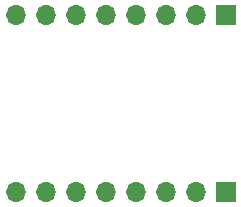
<source format=gbr>
%TF.GenerationSoftware,KiCad,Pcbnew,8.0.4*%
%TF.CreationDate,2024-07-28T12:52:59-07:00*%
%TF.ProjectId,pace 5268ac,70616365-2035-4323-9638-61632e6b6963,rev?*%
%TF.SameCoordinates,Original*%
%TF.FileFunction,Copper,L1,Top*%
%TF.FilePolarity,Positive*%
%FSLAX46Y46*%
G04 Gerber Fmt 4.6, Leading zero omitted, Abs format (unit mm)*
G04 Created by KiCad (PCBNEW 8.0.4) date 2024-07-28 12:52:59*
%MOMM*%
%LPD*%
G01*
G04 APERTURE LIST*
%TA.AperFunction,ComponentPad*%
%ADD10O,1.700000X1.700000*%
%TD*%
%TA.AperFunction,ComponentPad*%
%ADD11R,1.700000X1.700000*%
%TD*%
G04 APERTURE END LIST*
D10*
%TO.P,J2,8,Pin_8*%
%TO.N,Net-(J2-Pin_8)*%
X95142000Y-102376000D03*
%TO.P,J2,7,Pin_7*%
%TO.N,Net-(J2-Pin_7)*%
X97682000Y-102376000D03*
%TO.P,J2,6,Pin_6*%
%TO.N,Net-(J2-Pin_6)*%
X100222000Y-102376000D03*
%TO.P,J2,5,Pin_5*%
%TO.N,Net-(J2-Pin_5)*%
X102762000Y-102376000D03*
%TO.P,J2,4,Pin_4*%
%TO.N,Net-(J2-Pin_4)*%
X105302000Y-102376000D03*
%TO.P,J2,3,Pin_3*%
%TO.N,unconnected-(J2-Pin_3-Pad3)*%
X107842000Y-102376000D03*
%TO.P,J2,2,Pin_2*%
%TO.N,Net-(J2-Pin_2)*%
X110382000Y-102376000D03*
D11*
%TO.P,J2,1,Pin_1*%
%TO.N,Net-(J2-Pin_1)*%
X112922000Y-102376000D03*
%TD*%
D10*
%TO.P,J1,8,Pin_8*%
%TO.N,Net-(J1-Pin_8)*%
X95142000Y-87376000D03*
%TO.P,J1,7,Pin_7*%
%TO.N,Net-(J1-Pin_7)*%
X97682000Y-87376000D03*
%TO.P,J1,6,Pin_6*%
%TO.N,Net-(J1-Pin_6)*%
X100222000Y-87376000D03*
%TO.P,J1,5,Pin_5*%
%TO.N,Net-(J1-Pin_5)*%
X102762000Y-87376000D03*
%TO.P,J1,4,Pin_4*%
%TO.N,Net-(J1-Pin_4)*%
X105302000Y-87376000D03*
%TO.P,J1,3,Pin_3*%
%TO.N,unconnected-(J1-Pin_3-Pad3)*%
X107842000Y-87376000D03*
%TO.P,J1,2,Pin_2*%
%TO.N,Net-(J1-Pin_2)*%
X110382000Y-87376000D03*
D11*
%TO.P,J1,1,Pin_1*%
%TO.N,Net-(J1-Pin_1)*%
X112922000Y-87376000D03*
%TD*%
M02*

</source>
